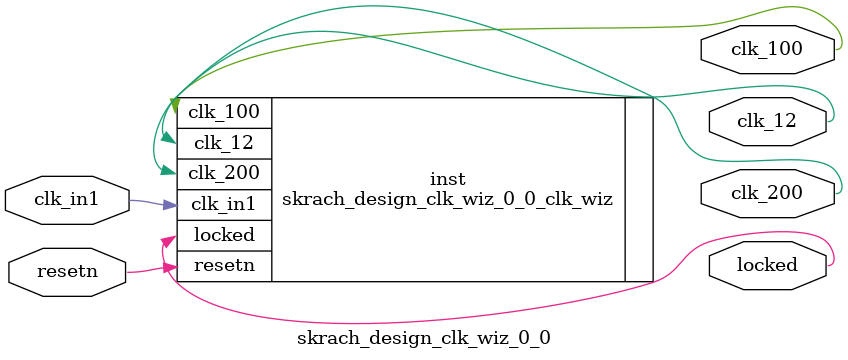
<source format=v>


`timescale 1ps/1ps

(* CORE_GENERATION_INFO = "skrach_design_clk_wiz_0_0,clk_wiz_v6_0_3_0_0,{component_name=skrach_design_clk_wiz_0_0,use_phase_alignment=true,use_min_o_jitter=false,use_max_i_jitter=false,use_dyn_phase_shift=false,use_inclk_switchover=false,use_dyn_reconfig=false,enable_axi=0,feedback_source=FDBK_AUTO,PRIMITIVE=MMCM,num_out_clk=3,clkin1_period=10.000,clkin2_period=10.000,use_power_down=false,use_reset=true,use_locked=true,use_inclk_stopped=false,feedback_type=SINGLE,CLOCK_MGR_TYPE=NA,manual_override=false}" *)

module skrach_design_clk_wiz_0_0 
 (
  // Clock out ports
  output        clk_12,
  output        clk_100,
  output        clk_200,
  // Status and control signals
  input         resetn,
  output        locked,
 // Clock in ports
  input         clk_in1
 );

  skrach_design_clk_wiz_0_0_clk_wiz inst
  (
  // Clock out ports  
  .clk_12(clk_12),
  .clk_100(clk_100),
  .clk_200(clk_200),
  // Status and control signals               
  .resetn(resetn), 
  .locked(locked),
 // Clock in ports
  .clk_in1(clk_in1)
  );

endmodule

</source>
